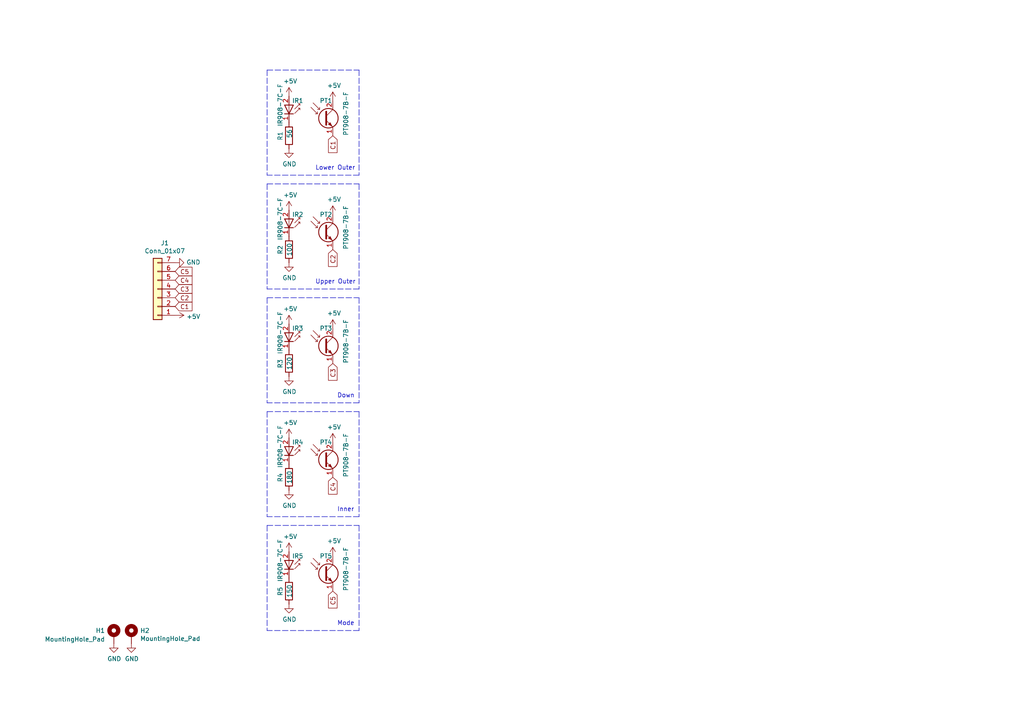
<source format=kicad_sch>
(kicad_sch (version 20211123) (generator eeschema)
  (paper "A4")
  (lib_symbols
    (symbol "Connector_Generic:Conn_01x07" (pin_names (offset 1.016) hide)
      (property "Reference" "J" (at 0 10.16 0))
      (property "Value" "Conn_01x07" (at 0 -10.16 0))
      (symbol "Conn_01x07_1_1"
        (rectangle (start -1.27 -7.493) (end 0 -7.747) (stroke (width 0.1524)))
        (rectangle (start -1.27 -4.953) (end 0 -5.207) (stroke (width 0.1524)))
        (rectangle (start -1.27 -2.413) (end 0 -2.667) (stroke (width 0.1524)))
        (rectangle (start -1.27 0.127) (end 0 -0.127) (stroke (width 0.1524)))
        (rectangle (start -1.27 2.667) (end 0 2.413) (stroke (width 0.1524)))
        (rectangle (start -1.27 5.207) (end 0 4.953) (stroke (width 0.1524)))
        (rectangle (start -1.27 7.747) (end 0 7.493) (stroke (width 0.1524)))
        (rectangle (start -1.27 8.89) (end 1.27 -8.89) (stroke (width 0.254)) (fill (type background)))
        (pin passive line (at -5.08 7.62 0) (length 3.81) (name "Pin_1") (number "1"))
        (pin passive line (at -5.08 5.08 0) (length 3.81) (name "Pin_2") (number "2"))
        (pin passive line (at -5.08 2.54 0) (length 3.81) (name "Pin_3") (number "3"))
        (pin passive line (at -5.08 0 0) (length 3.81) (name "Pin_4") (number "4"))
        (pin passive line (at -5.08 -2.54 0) (length 3.81) (name "Pin_5") (number "5"))
        (pin passive line (at -5.08 -5.08 0) (length 3.81) (name "Pin_6") (number "6"))
        (pin passive line (at -5.08 -7.62 0) (length 3.81) (name "Pin_7") (number "7"))
      )
    )
    (symbol "Device:R" (pin_numbers hide) (pin_names (offset 0))
      (property "Reference" "R" (at 2.032 0 90))
      (property "Value" "R" (at 0 0 90))
      (symbol "R_0_1"
        (rectangle (start -1.016 -2.54) (end 1.016 2.54) (stroke (width 0.254)))
      )
      (symbol "R_1_1"
        (pin passive line (at 0 3.81 270) (length 1.27) (name "~") (number "1"))
        (pin passive line (at 0 -3.81 90) (length 1.27) (name "~") (number "2"))
      )
    )
    (symbol "Mechanical:MountingHole_Pad" (pin_numbers hide) (pin_names (offset 1.016) hide)
      (property "Reference" "H" (at 0 6.35 0))
      (property "Value" "MountingHole_Pad" (at 0 4.445 0))
      (symbol "MountingHole_Pad_0_1"
        (circle (center 0 1.27) (radius 1.27) (stroke (width 1.27)))
      )
      (symbol "MountingHole_Pad_1_1"
        (pin input line (at 0 -2.54 90) (length 2.54) (name "1") (number "1"))
      )
    )
    (symbol "lalboard:IR908-7C-F" (pin_names (offset 1.016) hide)
      (property "Reference" "D" (at 1.778 3.048 0))
      (property "Value" "IR908-7C-F" (at -1.016 -2.794 0))
      (symbol "IR908-7C-F_0_1"
        (polyline (pts (xy -2.54 0) (xy 0 0)))
        (polyline (pts (xy -2.54 1.27) (xy -2.54 -1.27)) (stroke (width 0.254)))
        (polyline (pts (xy 0.381 3.175) (xy -0.127 3.175)))
        (polyline (pts (xy -1.143 1.651) (xy 0.381 3.175) (xy 0.381 2.667)))
        (polyline (pts (xy 0 -1.27) (xy 0 1.27) (xy -2.54 0) (xy 0 -1.27)) (stroke (width 0.254)))
        (polyline (pts (xy -2.413 1.651) (xy -0.889 3.175) (xy -0.889 2.667) (xy -0.889 3.175) (xy -1.397 3.175)))
      )
      (symbol "IR908-7C-F_1_1"
        (pin passive line (at -5.08 0 0) (length 2.54) (name "K") (number "1"))
        (pin passive line (at 2.54 0 180) (length 2.54) (name "A") (number "2"))
      )
    )
    (symbol "lalboard:PT908-7B-F" (pin_names (offset 0) hide)
      (property "Reference" "Q" (at 5.08 1.27 0))
      (property "Value" "PT908-7B-F" (at 5.08 -1.27 0))
      (symbol "PT908-7B-F_0_1"
        (polyline (pts (xy -1.905 1.27) (xy -2.54 1.27)))
        (polyline (pts (xy -1.27 2.54) (xy -1.905 2.54)))
        (polyline (pts (xy 0.635 0.635) (xy 2.54 2.54)))
        (polyline (pts (xy -3.81 3.175) (xy -1.905 1.27) (xy -1.905 1.905)))
        (polyline (pts (xy -3.175 4.445) (xy -1.27 2.54) (xy -1.27 3.175)))
        (polyline (pts (xy 0.635 -0.635) (xy 2.54 -2.54) (xy 2.54 -2.54)))
        (polyline (pts (xy 0.635 1.905) (xy 0.635 -1.905) (xy 0.635 -1.905)) (stroke (width 0.508)))
        (polyline (pts (xy 1.27 -1.778) (xy 1.778 -1.27) (xy 2.286 -2.286) (xy 1.27 -1.778) (xy 1.27 -1.778)) (fill (type outline)))
        (circle (center 1.27 0) (radius 2.8194) (stroke (width 0.254)))
      )
      (symbol "PT908-7B-F_1_1"
        (pin passive line (at 2.54 -5.08 90) (length 2.54) (name "E") (number "1"))
        (pin passive line (at 2.54 5.08 270) (length 2.54) (name "C") (number "2"))
      )
    )
    (symbol "power:+5V" (power) (pin_names (offset 0))
      (property "Value" "+5V" (at 0 3.556 0))
      (symbol "+5V_0_1"
        (polyline (pts (xy -0.762 1.27) (xy 0 2.54)))
        (polyline (pts (xy 0 0) (xy 0 2.54)))
        (polyline (pts (xy 0 2.54) (xy 0.762 1.27)))
      )
      (symbol "+5V_1_1"
        (pin power_in line (at 0 0 90) (length 0) hide (name "+5V") (number "1"))
      )
    )
    (symbol "power:GND" (power) (pin_names (offset 0))
      (property "Value" "GND" (at 0 -3.81 0))
      (symbol "GND_0_1"
        (polyline (pts (xy 0 0) (xy 0 -1.27) (xy 1.27 -1.27) (xy 0 -2.54) (xy -1.27 -1.27) (xy 0 -1.27)))
      )
      (symbol "GND_1_1"
        (pin power_in line (at 0 0 270) (length 0) hide (name "GND") (number "1"))
      )
    )
  )
  (polyline (pts (xy 104.14 86.36) (xy 104.14 116.84)))
  (polyline (pts (xy 104.14 152.4) (xy 104.14 182.88)))
  (polyline (pts (xy 77.47 20.32) (xy 104.14 20.32)))
  (polyline (pts (xy 77.47 53.34) (xy 104.14 53.34)))
  (polyline (pts (xy 77.47 152.4) (xy 104.14 152.4)))
  (polyline (pts (xy 104.14 50.8) (xy 77.47 50.8)))
  (polyline (pts (xy 77.47 86.36) (xy 104.14 86.36)))
  (polyline (pts (xy 104.14 83.82) (xy 77.47 83.82)))
  (polyline (pts (xy 104.14 53.34) (xy 104.14 83.82)))
  (polyline (pts (xy 104.14 182.88) (xy 77.47 182.88)))
  (polyline (pts (xy 104.14 116.84) (xy 77.47 116.84)))
  (polyline (pts (xy 77.47 86.36) (xy 77.47 116.84)))
  (polyline (pts (xy 104.14 149.86) (xy 77.47 149.86)))
  (polyline (pts (xy 77.47 20.32) (xy 77.47 50.8)))
  (polyline (pts (xy 77.47 119.38) (xy 104.14 119.38)))
  (polyline (pts (xy 77.47 152.4) (xy 77.47 182.88)))
  (polyline (pts (xy 77.47 119.38) (xy 77.47 149.86)))
  (polyline (pts (xy 104.14 20.32) (xy 104.14 50.8)))
  (polyline (pts (xy 104.14 119.38) (xy 104.14 149.86)))
  (polyline (pts (xy 77.47 53.34) (xy 77.47 83.82)))
  (text "Inner" (at 97.79 148.59 0) (effects (font (size 1.27 1.27)) (justify left bottom)))
  (text "Upper Outer" (at 91.44 82.55 0) (effects (font (size 1.27 1.27)) (justify left bottom)))
  (text "Down" (at 97.79 115.57 0) (effects (font (size 1.27 1.27)) (justify left bottom)))
  (text "Lower Outer" (at 91.44 49.53 0) (effects (font (size 1.27 1.27)) (justify left bottom)))
  (text "Mode" (at 97.79 181.61 0) (effects (font (size 1.27 1.27)) (justify left bottom)))
  (global_label "C5" (shape input) (at 96.52 171.45 270) (property "Intersheet References" "${INTERSHEET_REFS}" (effects hide)))
  (global_label "C1" (shape input) (at 50.8 88.9 0) (property "Intersheet References" "${INTERSHEET_REFS}" (effects hide)))
  (global_label "C4" (shape input) (at 50.8 81.28 0) (property "Intersheet References" "${INTERSHEET_REFS}" (effects hide)))
  (global_label "C2" (shape input) (at 50.8 86.36 0) (property "Intersheet References" "${INTERSHEET_REFS}" (effects hide)))
  (global_label "C5" (shape input) (at 50.8 78.74 0) (property "Intersheet References" "${INTERSHEET_REFS}" (effects hide)))
  (global_label "C4" (shape input) (at 96.52 138.43 270) (property "Intersheet References" "${INTERSHEET_REFS}" (effects hide)))
  (global_label "C1" (shape input) (at 96.52 39.37 270) (property "Intersheet References" "${INTERSHEET_REFS}" (effects hide)))
  (global_label "C2" (shape input) (at 96.52 72.39 270) (property "Intersheet References" "${INTERSHEET_REFS}" (effects hide)))
  (global_label "C3" (shape input) (at 50.8 83.82 0) (property "Intersheet References" "${INTERSHEET_REFS}" (effects hide)))
  (global_label "C3" (shape input) (at 96.52 105.41 270) (property "Intersheet References" "${INTERSHEET_REFS}" (effects hide)))
  (symbol (lib_id "Connector_Generic:Conn_01x07") (at 45.72 83.82 180) (unit 1)
    (property "Reference" "J1" (at 47.8028 70.485 0))
    (property "Value" "Conn_01x07" (at 47.8028 72.7964 0))
    (property "Footprint" "lalboard:JST_ZH_B7B-ZR_1x07_P1.50mm_Vertical" (effects hide))
  )
  (symbol (lib_id "lalboard:IR908-7C-F") (at 83.82 30.48 270) (mirror x) (unit 1)
    (property "Reference" "IR1" (at 86.36 29.21 90))
    (property "Value" "IR908-7C-F" (at 81.28 30.48 0))
    (property "Footprint" "lalboard:IR908-7C-F" (effects hide))
    (property "Datasheet" "https://www.everlight.com/file/ProductFile/201407052136280483.pdf" (effects hide))
  )
  (symbol (lib_id "lalboard:PT908-7B-F") (at 93.98 34.29 0) (unit 1)
    (property "Reference" "PT1" (at 92.71 29.21 0) (effects (justify left)))
    (property "Value" "PT908-7B-F" (at 100.33 39.37 90) (effects (justify left)))
    (property "Footprint" "lalboard:PT908-7C-F" (effects hide))
    (property "Datasheet" "https://www.everlight.com/file/ProductFile/PT908-7B-F.pdf" (effects hide))
  )
  (symbol (lib_id "Device:R") (at 83.82 39.37 180) (unit 1)
    (property "Reference" "R1" (at 81.28 38.1 90) (effects (justify left)))
    (property "Value" "56" (at 83.9724 37.4396 90) (effects (justify left)))
    (property "Footprint" "Resistor_SMD:R_1206_3216Metric_Pad1.42x1.75mm_HandSolder" (effects hide))
  )
  (symbol (lib_id "power:+5V") (at 83.82 27.94 0) (unit 1)
    (property "Reference" "#PWR08" (effects hide))
    (property "Value" "+5V" (at 84.201 23.5458 0))
  )
  (symbol (lib_id "power:+5V") (at 96.52 29.21 0) (unit 1)
    (property "Reference" "#PWR013" (effects hide))
    (property "Value" "+5V" (at 96.901 24.8158 0))
  )
  (symbol (lib_id "power:GND") (at 83.82 43.18 0) (unit 1)
    (property "Reference" "#PWR03" (effects hide))
    (property "Value" "GND" (at 83.947 47.5742 0))
  )
  (symbol (lib_id "power:GND") (at 50.8 76.2 90) (unit 1)
    (property "Reference" "#PWR01" (effects hide))
    (property "Value" "GND" (at 54.0512 76.073 90) (effects (justify right)))
  )
  (symbol (lib_id "power:+5V") (at 50.8 91.44 270) (unit 1)
    (property "Reference" "#PWR02" (effects hide))
    (property "Value" "+5V" (at 54.0512 91.821 90) (effects (justify left)))
  )
  (symbol (lib_id "lalboard:PT908-7B-F") (at 93.98 67.31 0) (unit 1)
    (property "Reference" "PT2" (at 92.71 62.23 0) (effects (justify left)))
    (property "Value" "PT908-7B-F" (at 100.33 72.39 90) (effects (justify left)))
    (property "Footprint" "lalboard:PT908-7C-F" (effects hide))
    (property "Datasheet" "https://www.everlight.com/file/ProductFile/PT908-7B-F.pdf" (effects hide))
  )
  (symbol (lib_id "power:+5V") (at 83.82 60.96 0) (unit 1)
    (property "Reference" "#PWR0101" (effects hide))
    (property "Value" "+5V" (at 84.201 56.5658 0))
  )
  (symbol (lib_id "Device:R") (at 83.82 72.39 180) (unit 1)
    (property "Reference" "R2" (at 81.28 71.12 90) (effects (justify left)))
    (property "Value" "100" (at 83.9724 70.4596 90) (effects (justify left)))
    (property "Footprint" "Resistor_SMD:R_1206_3216Metric_Pad1.42x1.75mm_HandSolder" (effects hide))
  )
  (symbol (lib_id "lalboard:IR908-7C-F") (at 83.82 63.5 270) (mirror x) (unit 1)
    (property "Reference" "IR2" (at 86.36 62.23 90))
    (property "Value" "IR908-7C-F" (at 81.28 63.5 0))
    (property "Footprint" "lalboard:IR908-7C-F" (effects hide))
    (property "Datasheet" "https://www.everlight.com/file/ProductFile/201407052136280483.pdf" (effects hide))
  )
  (symbol (lib_id "power:GND") (at 83.82 76.2 0) (unit 1)
    (property "Reference" "#PWR0102" (effects hide))
    (property "Value" "GND" (at 83.947 80.5942 0))
  )
  (symbol (lib_id "power:+5V") (at 96.52 62.23 0) (unit 1)
    (property "Reference" "#PWR0103" (effects hide))
    (property "Value" "+5V" (at 96.901 57.8358 0))
  )
  (symbol (lib_id "lalboard:PT908-7B-F") (at 93.98 100.33 0) (unit 1)
    (property "Reference" "PT3" (at 92.71 95.25 0) (effects (justify left)))
    (property "Value" "PT908-7B-F" (at 100.33 105.41 90) (effects (justify left)))
    (property "Footprint" "lalboard:PT908-7C-F" (effects hide))
    (property "Datasheet" "https://www.everlight.com/file/ProductFile/PT908-7B-F.pdf" (effects hide))
  )
  (symbol (lib_id "power:+5V") (at 83.82 93.98 0) (unit 1)
    (property "Reference" "#PWR0104" (effects hide))
    (property "Value" "+5V" (at 84.201 89.5858 0))
  )
  (symbol (lib_id "Device:R") (at 83.82 105.41 180) (unit 1)
    (property "Reference" "R3" (at 81.28 104.14 90) (effects (justify left)))
    (property "Value" "120" (at 83.9724 103.4796 90) (effects (justify left)))
    (property "Footprint" "Resistor_SMD:R_1206_3216Metric_Pad1.42x1.75mm_HandSolder" (effects hide))
  )
  (symbol (lib_id "lalboard:IR908-7C-F") (at 83.82 96.52 270) (mirror x) (unit 1)
    (property "Reference" "IR3" (at 86.36 95.25 90))
    (property "Value" "IR908-7C-F" (at 81.28 96.52 0))
    (property "Footprint" "lalboard:IR908-7C-F" (effects hide))
    (property "Datasheet" "https://www.everlight.com/file/ProductFile/201407052136280483.pdf" (effects hide))
  )
  (symbol (lib_id "power:GND") (at 83.82 109.22 0) (unit 1)
    (property "Reference" "#PWR0105" (effects hide))
    (property "Value" "GND" (at 83.947 113.6142 0))
  )
  (symbol (lib_id "power:+5V") (at 96.52 95.25 0) (unit 1)
    (property "Reference" "#PWR0106" (effects hide))
    (property "Value" "+5V" (at 96.901 90.8558 0))
  )
  (symbol (lib_id "lalboard:PT908-7B-F") (at 93.98 133.35 0) (unit 1)
    (property "Reference" "PT4" (at 92.71 128.27 0) (effects (justify left)))
    (property "Value" "PT908-7B-F" (at 100.33 138.43 90) (effects (justify left)))
    (property "Footprint" "lalboard:PT908-7C-F" (effects hide))
    (property "Datasheet" "https://www.everlight.com/file/ProductFile/PT908-7B-F.pdf" (effects hide))
  )
  (symbol (lib_id "power:+5V") (at 83.82 127 0) (unit 1)
    (property "Reference" "#PWR0107" (effects hide))
    (property "Value" "+5V" (at 84.201 122.6058 0))
  )
  (symbol (lib_id "Device:R") (at 83.82 138.43 180) (unit 1)
    (property "Reference" "R4" (at 81.28 137.16 90) (effects (justify left)))
    (property "Value" "180" (at 83.9724 136.4996 90) (effects (justify left)))
    (property "Footprint" "Resistor_SMD:R_1206_3216Metric_Pad1.42x1.75mm_HandSolder" (effects hide))
  )
  (symbol (lib_id "lalboard:IR908-7C-F") (at 83.82 129.54 270) (mirror x) (unit 1)
    (property "Reference" "IR4" (at 86.36 128.27 90))
    (property "Value" "IR908-7C-F" (at 81.28 129.54 0))
    (property "Footprint" "lalboard:IR908-7C-F" (effects hide))
    (property "Datasheet" "https://www.everlight.com/file/ProductFile/201407052136280483.pdf" (effects hide))
  )
  (symbol (lib_id "power:GND") (at 83.82 142.24 0) (unit 1)
    (property "Reference" "#PWR0108" (effects hide))
    (property "Value" "GND" (at 83.947 146.6342 0))
  )
  (symbol (lib_id "power:+5V") (at 96.52 128.27 0) (unit 1)
    (property "Reference" "#PWR0109" (effects hide))
    (property "Value" "+5V" (at 96.901 123.8758 0))
  )
  (symbol (lib_id "lalboard:PT908-7B-F") (at 93.98 166.37 0) (unit 1)
    (property "Reference" "PT5" (at 92.71 161.29 0) (effects (justify left)))
    (property "Value" "PT908-7B-F" (at 100.33 171.45 90) (effects (justify left)))
    (property "Footprint" "lalboard:PT908-7C-F" (effects hide))
    (property "Datasheet" "https://www.everlight.com/file/ProductFile/PT908-7B-F.pdf" (effects hide))
  )
  (symbol (lib_id "power:+5V") (at 83.82 160.02 0) (unit 1)
    (property "Reference" "#PWR0110" (effects hide))
    (property "Value" "+5V" (at 84.201 155.6258 0))
  )
  (symbol (lib_id "Device:R") (at 83.82 171.45 180) (unit 1)
    (property "Reference" "R5" (at 81.28 170.18 90) (effects (justify left)))
    (property "Value" "150" (at 83.9724 169.5196 90) (effects (justify left)))
    (property "Footprint" "Resistor_SMD:R_1206_3216Metric_Pad1.42x1.75mm_HandSolder" (effects hide))
  )
  (symbol (lib_id "lalboard:IR908-7C-F") (at 83.82 162.56 270) (mirror x) (unit 1)
    (property "Reference" "IR5" (at 86.36 161.29 90))
    (property "Value" "IR908-7C-F" (at 81.28 162.56 0))
    (property "Footprint" "lalboard:IR908-7C-F" (effects hide))
    (property "Datasheet" "https://www.everlight.com/file/ProductFile/201407052136280483.pdf" (effects hide))
  )
  (symbol (lib_id "power:GND") (at 83.82 175.26 0) (unit 1)
    (property "Reference" "#PWR0111" (effects hide))
    (property "Value" "GND" (at 83.947 179.6542 0))
  )
  (symbol (lib_id "power:+5V") (at 96.52 161.29 0) (unit 1)
    (property "Reference" "#PWR0112" (effects hide))
    (property "Value" "+5V" (at 96.901 156.8958 0))
  )
  (symbol (lib_id "power:GND") (at 38.1 186.69 0) (unit 1)
    (property "Reference" "#PWR0113" (effects hide))
    (property "Value" "GND" (at 38.227 191.0842 0))
  )
  (symbol (lib_id "power:GND") (at 33.02 186.69 0) (unit 1)
    (property "Reference" "#PWR0114" (effects hide))
    (property "Value" "GND" (at 33.147 191.0842 0))
  )
  (symbol (lib_id "Mechanical:MountingHole_Pad") (at 38.1 184.15 0) (unit 1)
    (property "Reference" "H2" (at 40.64 182.9054 0) (effects (justify left)))
    (property "Value" "MountingHole_Pad" (at 40.64 185.2168 0) (effects (justify left)))
    (property "Footprint" "MountingHole:MountingHole_3.2mm_M3_Pad" (effects hide))
  )
  (symbol (lib_id "Mechanical:MountingHole_Pad") (at 33.02 184.15 0) (unit 1)
    (property "Reference" "H1" (at 30.48 182.88 0) (effects (justify right)))
    (property "Value" "MountingHole_Pad" (at 30.48 185.42 0) (effects (justify right)))
    (property "Footprint" "MountingHole:MountingHole_3.2mm_M3_Pad" (effects hide))
  )
)
</source>
